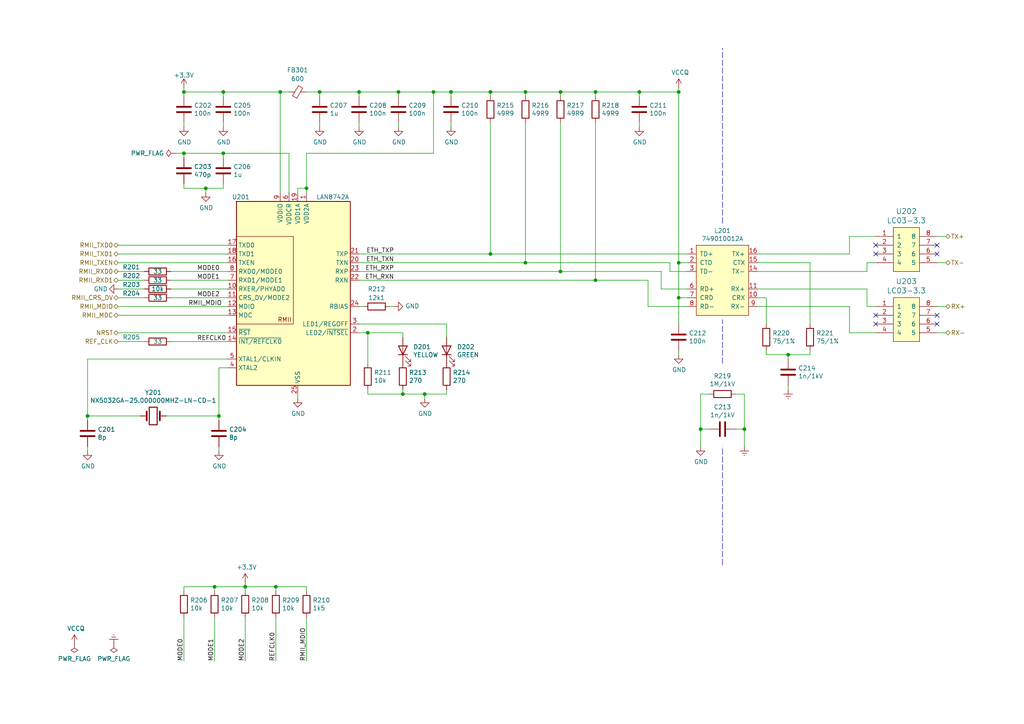
<source format=kicad_sch>
(kicad_sch (version 20230121) (generator eeschema)
  (paper "A4")
  (lib_symbols
    (symbol "Device:C" (pin_numbers hide) (pin_names (offset 0.254))
      (property "Reference" "C" (at 0.635 2.54 0))
      (property "Value" "C" (at 0.635 -2.54 0))
      (symbol "C_0_1"
        (polyline (pts (xy -2.032 -0.762) (xy 2.032 -0.762)) (stroke (width 0.508)))
        (polyline (pts (xy -2.032 0.762) (xy 2.032 0.762)) (stroke (width 0.508)))
      )
      (symbol "C_1_1"
        (pin passive line (at 0 3.81 270) (length 2.794) (name "~") (number "1"))
        (pin passive line (at 0 -3.81 90) (length 2.794) (name "~") (number "2"))
      )
    )
    (symbol "Device:Crystal" (pin_numbers hide) (pin_names (offset 1.016) hide)
      (property "Reference" "Y" (at 0 3.81 0))
      (property "Value" "Crystal" (at 0 -3.81 0))
      (symbol "Crystal_0_1"
        (rectangle (start -1.143 2.54) (end 1.143 -2.54) (stroke (width 0.3048)))
        (polyline (pts (xy -2.54 0) (xy -1.905 0)))
        (polyline (pts (xy -1.905 -1.27) (xy -1.905 1.27)) (stroke (width 0.508)))
        (polyline (pts (xy 1.905 -1.27) (xy 1.905 1.27)) (stroke (width 0.508)))
        (polyline (pts (xy 2.54 0) (xy 1.905 0)))
      )
      (symbol "Crystal_1_1"
        (pin passive line (at -3.81 0 0) (length 1.27) (name "1") (number "1"))
        (pin passive line (at 3.81 0 180) (length 1.27) (name "2") (number "2"))
      )
    )
    (symbol "Device:FerriteBead_Small" (pin_numbers hide) (pin_names (offset 0))
      (property "Reference" "FB" (at 1.905 1.27 0))
      (property "Value" "FerriteBead_Small" (at 1.905 -1.27 0))
      (symbol "FerriteBead_Small_0_1"
        (polyline (pts (xy 0 -1.27) (xy 0 -0.7874)))
        (polyline (pts (xy 0 0.889) (xy 0 1.2954)))
        (polyline (pts (xy -1.8288 0.2794) (xy -1.1176 1.4986) (xy 1.8288 -0.2032) (xy 1.1176 -1.4224) (xy -1.8288 0.2794)))
      )
      (symbol "FerriteBead_Small_1_1"
        (pin passive line (at 0 2.54 270) (length 1.27) (name "~") (number "1"))
        (pin passive line (at 0 -2.54 90) (length 1.27) (name "~") (number "2"))
      )
    )
    (symbol "Device:LED" (pin_numbers hide) (pin_names (offset 1.016) hide)
      (property "Reference" "D" (at 0 2.54 0))
      (property "Value" "LED" (at 0 -2.54 0))
      (symbol "LED_0_1"
        (polyline (pts (xy -1.27 -1.27) (xy -1.27 1.27)) (stroke (width 0.254)))
        (polyline (pts (xy -1.27 0) (xy 1.27 0)))
        (polyline (pts (xy 1.27 -1.27) (xy 1.27 1.27) (xy -1.27 0) (xy 1.27 -1.27)) (stroke (width 0.254)))
        (polyline (pts (xy -3.048 -0.762) (xy -4.572 -2.286) (xy -3.81 -2.286) (xy -4.572 -2.286) (xy -4.572 -1.524)))
        (polyline (pts (xy -1.778 -0.762) (xy -3.302 -2.286) (xy -2.54 -2.286) (xy -3.302 -2.286) (xy -3.302 -1.524)))
      )
      (symbol "LED_1_1"
        (pin passive line (at -3.81 0 0) (length 2.54) (name "K") (number "1"))
        (pin passive line (at 3.81 0 180) (length 2.54) (name "A") (number "2"))
      )
    )
    (symbol "Device:R" (pin_numbers hide) (pin_names (offset 0))
      (property "Reference" "R" (at 2.032 0 90))
      (property "Value" "R" (at 0 0 90))
      (symbol "R_0_1"
        (rectangle (start -1.016 -2.54) (end 1.016 2.54) (stroke (width 0.254)))
      )
      (symbol "R_1_1"
        (pin passive line (at 0 3.81 270) (length 1.27) (name "~") (number "1"))
        (pin passive line (at 0 -3.81 90) (length 1.27) (name "~") (number "2"))
      )
    )
    (symbol "ETH1CREF1A:749010012A" (pin_names (offset 1.016))
      (property "Reference" "L" (at 0 13.97 0))
      (property "Value" "749010012A" (at 0 11.43 0))
      (symbol "749010012A_0_1"
        (rectangle (start -7.62 10.16) (end 7.62 -10.16) (fill (type background)))
      )
      (symbol "749010012A_1_1"
        (pin bidirectional line (at -10.16 7.62 0) (length 2.54) (name "TD+") (number "1"))
        (pin bidirectional line (at 10.16 -5.08 180) (length 2.54) (name "CRX") (number "10"))
        (pin bidirectional line (at 10.16 -2.54 180) (length 2.54) (name "RX+") (number "11"))
        (pin bidirectional line (at 10.16 2.54 180) (length 2.54) (name "TX-") (number "14"))
        (pin bidirectional line (at 10.16 5.08 180) (length 2.54) (name "CTX") (number "15"))
        (pin bidirectional line (at 10.16 7.62 180) (length 2.54) (name "TX+") (number "16"))
        (pin passive line (at -10.16 5.08 0) (length 2.54) (name "CTD") (number "2"))
        (pin bidirectional line (at -10.16 2.54 0) (length 2.54) (name "TD-") (number "3"))
        (pin bidirectional line (at -10.16 -2.54 0) (length 2.54) (name "RD+") (number "6"))
        (pin passive line (at -10.16 -5.08 0) (length 2.54) (name "CRD") (number "7"))
        (pin bidirectional line (at -10.16 -7.62 0) (length 2.54) (name "RD-") (number "8"))
        (pin bidirectional line (at 10.16 -7.62 180) (length 2.54) (name "RX-") (number "9"))
      )
    )
    (symbol "ETH1CREF1A:LAN8742"
      (property "Reference" "U" (at -13.97 29.21 0))
      (property "Value" "LAN8742" (at 15.24 29.21 0))
      (symbol "LAN8742_0_0"
        (text "RMII" (at -3.81 -6.35 0) (effects (font (size 1.27 1.27))))
      )
      (symbol "LAN8742_0_1"
        (rectangle (start -17.78 17.78) (end -1.27 -7.62))
        (rectangle (start -17.78 27.94) (end 15.24 -25.4) (stroke (width 0.254)) (fill (type background)))
      )
      (symbol "LAN8742_1_1"
        (pin power_in line (at 2.54 30.48 270) (length 2.54) (name "VDD2A") (number "1"))
        (pin output line (at -20.32 2.54 0) (length 2.54) (name "RXER/PHYAD0") (number "10"))
        (pin output line (at -20.32 0 0) (length 2.54) (name "CRS_DV/MODE2") (number "11"))
        (pin bidirectional line (at -20.32 -2.54 0) (length 2.54) (name "MDIO") (number "12"))
        (pin input line (at -20.32 -5.08 0) (length 2.54) (name "MDC") (number "13"))
        (pin output line (at -20.32 -12.7 0) (length 2.54) (name "~{INT/REFCLK0}") (number "14"))
        (pin input line (at -20.32 -10.16 0) (length 2.54) (name "~{RST}") (number "15"))
        (pin input line (at -20.32 10.16 0) (length 2.54) (name "TXEN") (number "16"))
        (pin input line (at -20.32 15.24 0) (length 2.54) (name "TXD0") (number "17"))
        (pin input line (at -20.32 12.7 0) (length 2.54) (name "TXD1") (number "18"))
        (pin power_in line (at 0 30.48 270) (length 2.54) (name "VDD1A") (number "19"))
        (pin bidirectional line (at 17.78 -10.16 180) (length 2.54) (name "LED2/~{INTSEL}") (number "2"))
        (pin output line (at 17.78 10.16 180) (length 2.54) (name "TXN") (number "20"))
        (pin output line (at 17.78 12.7 180) (length 2.54) (name "TXP") (number "21"))
        (pin output line (at 17.78 5.08 180) (length 2.54) (name "RXN") (number "22"))
        (pin output line (at 17.78 7.62 180) (length 2.54) (name "RXP") (number "23"))
        (pin input line (at 17.78 -2.54 180) (length 2.54) (name "RBIAS") (number "24"))
        (pin passive line (at 0 -27.94 90) (length 2.54) (name "VSS") (number "25"))
        (pin bidirectional line (at 17.78 -7.62 180) (length 2.54) (name "LED1/REGOFF") (number "3"))
        (pin passive line (at -20.32 -20.32 0) (length 2.54) (name "XTAL2") (number "4"))
        (pin passive line (at -20.32 -17.78 0) (length 2.54) (name "XTAL1/CLKIN") (number "5"))
        (pin power_in line (at -2.54 30.48 270) (length 2.54) (name "VDDCR") (number "6"))
        (pin output line (at -20.32 5.08 0) (length 2.54) (name "RXD1/MODE1") (number "7"))
        (pin output line (at -20.32 7.62 0) (length 2.54) (name "RXD0/MODE0") (number "8"))
        (pin power_in line (at -5.08 30.48 270) (length 2.54) (name "VDDIO") (number "9"))
      )
    )
    (symbol "ETH1CREF1A:LC03-3.3" (pin_names (offset 1.016))
      (property "Reference" "U" (at -2.54 7.62 0))
      (property "Value" "LC03-3.3" (at 0 -8.255 0))
      (symbol "LC03-3.3_0_1"
        (rectangle (start -3.81 6.35) (end 3.81 -6.35) (fill (type background)))
        (rectangle (start 3.81 -6.35) (end 3.81 -6.35))
      )
      (symbol "LC03-3.3_1_1"
        (pin bidirectional line (at -8.89 3.81 0) (length 5.08) (name "1") (number "1"))
        (pin bidirectional line (at -8.89 1.27 0) (length 5.08) (name "2") (number "2"))
        (pin bidirectional line (at -8.89 -1.27 0) (length 5.08) (name "3") (number "3"))
        (pin bidirectional line (at -8.89 -3.81 0) (length 5.08) (name "4") (number "4"))
        (pin bidirectional line (at 8.89 -3.81 180) (length 5.08) (name "5") (number "5"))
        (pin bidirectional line (at 8.89 -1.27 180) (length 5.08) (name "6") (number "6"))
        (pin bidirectional line (at 8.89 1.27 180) (length 5.08) (name "7") (number "7"))
        (pin bidirectional line (at 8.89 3.81 180) (length 5.08) (name "8") (number "8"))
      )
    )
    (symbol "power:+3.3V" (power) (pin_names (offset 0))
      (property "Value" "+3.3V" (at 0 3.556 0))
      (symbol "+3.3V_0_1"
        (polyline (pts (xy -0.762 1.27) (xy 0 2.54)))
        (polyline (pts (xy 0 0) (xy 0 2.54)))
        (polyline (pts (xy 0 2.54) (xy 0.762 1.27)))
      )
      (symbol "+3.3V_1_1"
        (pin power_in line (at 0 0 90) (length 0) hide (name "+3.3V") (number "1"))
      )
    )
    (symbol "power:Earth" (power) (pin_names (offset 0))
      (symbol "Earth_0_1"
        (polyline (pts (xy -0.635 -1.905) (xy 0.635 -1.905)))
        (polyline (pts (xy -0.127 -2.54) (xy 0.127 -2.54)))
        (polyline (pts (xy 0 -1.27) (xy 0 0)))
        (polyline (pts (xy 1.27 -1.27) (xy -1.27 -1.27)))
      )
      (symbol "Earth_1_1"
        (pin power_in line (at 0 0 270) (length 0) hide (name "Earth") (number "1"))
      )
    )
    (symbol "power:GND" (power) (pin_names (offset 0))
      (property "Value" "GND" (at 0 -3.81 0))
      (symbol "GND_0_1"
        (polyline (pts (xy 0 0) (xy 0 -1.27) (xy 1.27 -1.27) (xy 0 -2.54) (xy -1.27 -1.27) (xy 0 -1.27)))
      )
      (symbol "GND_1_1"
        (pin power_in line (at 0 0 270) (length 0) hide (name "GND") (number "1"))
      )
    )
    (symbol "power:PWR_FLAG" (power) (pin_numbers hide) (pin_names (offset 0) hide)
      (property "Value" "PWR_FLAG" (at 0 3.81 0))
      (symbol "PWR_FLAG_0_0"
        (pin power_out line (at 0 0 90) (length 0) (name "pwr") (number "1"))
      )
      (symbol "PWR_FLAG_0_1"
        (polyline (pts (xy 0 0) (xy 0 1.27) (xy -1.016 1.905) (xy 0 2.54) (xy 1.016 1.905) (xy 0 1.27)))
      )
    )
    (symbol "power:VCCQ" (power) (pin_names (offset 0))
      (property "Value" "VCCQ" (at 0 3.81 0))
      (symbol "VCCQ_0_1"
        (polyline (pts (xy -0.762 1.27) (xy 0 2.54)))
        (polyline (pts (xy 0 0) (xy 0 2.54)))
        (polyline (pts (xy 0 2.54) (xy 0.762 1.27)))
      )
      (symbol "VCCQ_1_1"
        (pin power_in line (at 0 0 90) (length 0) hide (name "VCCQ") (number "1"))
      )
    )
  )
  (junction (at 162.56 78.74))
  (junction (at 88.9 54.61))
  (junction (at 59.69 54.61))
  (junction (at 228.6 102.87))
  (junction (at 152.4 26.67))
  (junction (at 203.2 124.46))
  (junction (at 196.85 76.2))
  (junction (at 130.81 26.67))
  (junction (at 53.34 44.45))
  (junction (at 116.84 114.3))
  (junction (at 80.01 170.18))
  (junction (at 172.72 26.67))
  (junction (at 115.57 26.67))
  (junction (at 123.19 114.3))
  (junction (at 196.85 26.67))
  (junction (at 162.56 26.67))
  (junction (at 92.71 26.67))
  (junction (at 63.5 120.65))
  (junction (at 81.28 26.67))
  (junction (at 142.24 26.67))
  (junction (at 64.77 44.45))
  (junction (at 106.68 96.52))
  (junction (at 125.73 26.67))
  (junction (at 196.85 86.36))
  (junction (at 142.24 73.66))
  (junction (at 62.23 170.18))
  (junction (at 104.14 26.67))
  (junction (at 185.42 26.67))
  (junction (at 25.4 120.65))
  (junction (at 152.4 76.2))
  (junction (at 71.12 170.18))
  (junction (at 64.77 26.67))
  (junction (at 53.34 26.67))
  (junction (at 215.9 124.46))
  (junction (at 172.72 81.28))
  (no_connect (at 271.78 93.98))
  (no_connect (at 271.78 73.66))
  (no_connect (at 254 73.66))
  (no_connect (at 254 71.12))
  (no_connect (at 271.78 71.12))
  (no_connect (at 254 93.98))
  (no_connect (at 254 91.44))
  (no_connect (at 271.78 91.44))
  (wire (pts (xy 172.72 35.56) (xy 172.72 81.28)))
  (wire (pts (xy 48.26 120.65) (xy 63.5 120.65)))
  (wire (pts (xy 125.73 26.67) (xy 115.57 26.67)))
  (wire (pts (xy 271.78 68.58) (xy 274.32 68.58)))
  (wire (pts (xy 104.14 78.74) (xy 162.56 78.74)))
  (wire (pts (xy 129.54 97.79) (xy 129.54 93.98)))
  (wire (pts (xy 53.34 27.94) (xy 53.34 26.67)))
  (wire (pts (xy 59.69 54.61) (xy 64.77 54.61)))
  (wire (pts (xy 53.34 44.45) (xy 64.77 44.45)))
  (wire (pts (xy 162.56 27.94) (xy 162.56 26.67)))
  (wire (pts (xy 53.34 170.18) (xy 62.23 170.18)))
  (wire (pts (xy 86.36 54.61) (xy 88.9 54.61)))
  (wire (pts (xy 116.84 113.03) (xy 116.84 114.3)))
  (wire (pts (xy 106.68 105.41) (xy 106.68 96.52)))
  (wire (pts (xy 104.14 81.28) (xy 172.72 81.28)))
  (wire (pts (xy 80.01 171.45) (xy 80.01 170.18)))
  (wire (pts (xy 86.36 55.88) (xy 86.36 54.61)))
  (wire (pts (xy 63.5 130.81) (xy 63.5 129.54)))
  (wire (pts (xy 251.46 88.9) (xy 254 88.9)))
  (wire (pts (xy 83.82 44.45) (xy 83.82 55.88)))
  (wire (pts (xy 81.28 26.67) (xy 81.28 55.88)))
  (wire (pts (xy 251.46 76.2) (xy 254 76.2)))
  (wire (pts (xy 162.56 78.74) (xy 191.77 78.74)))
  (wire (pts (xy 222.25 86.36) (xy 219.71 86.36)))
  (wire (pts (xy 64.77 54.61) (xy 64.77 53.34)))
  (wire (pts (xy 234.95 102.87) (xy 234.95 101.6)))
  (polyline (pts (xy 209.55 105.41) (xy 209.55 92.71)) (stroke (width 0) (type dash)))
  (wire (pts (xy 53.34 26.67) (xy 64.77 26.67)))
  (wire (pts (xy 88.9 54.61) (xy 88.9 44.45)))
  (wire (pts (xy 71.12 168.91) (xy 71.12 170.18)))
  (wire (pts (xy 162.56 26.67) (xy 172.72 26.67)))
  (wire (pts (xy 251.46 78.74) (xy 251.46 76.2)))
  (wire (pts (xy 115.57 36.83) (xy 115.57 35.56)))
  (wire (pts (xy 125.73 44.45) (xy 125.73 26.67)))
  (wire (pts (xy 222.25 93.98) (xy 222.25 86.36)))
  (polyline (pts (xy 209.55 64.77) (xy 209.55 13.97)) (stroke (width 0) (type dash)))
  (wire (pts (xy 104.14 73.66) (xy 142.24 73.66)))
  (wire (pts (xy 196.85 26.67) (xy 196.85 76.2)))
  (wire (pts (xy 215.9 124.46) (xy 213.36 124.46)))
  (wire (pts (xy 219.71 88.9) (xy 246.38 88.9)))
  (wire (pts (xy 88.9 171.45) (xy 88.9 170.18)))
  (wire (pts (xy 25.4 129.54) (xy 25.4 130.81)))
  (wire (pts (xy 116.84 114.3) (xy 106.68 114.3)))
  (wire (pts (xy 88.9 44.45) (xy 125.73 44.45)))
  (wire (pts (xy 130.81 36.83) (xy 130.81 35.56)))
  (wire (pts (xy 64.77 45.72) (xy 64.77 44.45)))
  (wire (pts (xy 104.14 76.2) (xy 152.4 76.2)))
  (wire (pts (xy 34.29 83.82) (xy 41.91 83.82)))
  (wire (pts (xy 219.71 83.82) (xy 251.46 83.82)))
  (wire (pts (xy 71.12 170.18) (xy 71.12 171.45)))
  (wire (pts (xy 246.38 73.66) (xy 246.38 68.58)))
  (wire (pts (xy 106.68 114.3) (xy 106.68 113.03)))
  (wire (pts (xy 130.81 26.67) (xy 142.24 26.67)))
  (wire (pts (xy 88.9 54.61) (xy 88.9 55.88)))
  (wire (pts (xy 215.9 114.3) (xy 215.9 124.46)))
  (wire (pts (xy 246.38 68.58) (xy 254 68.58)))
  (wire (pts (xy 64.77 26.67) (xy 81.28 26.67)))
  (wire (pts (xy 222.25 101.6) (xy 222.25 102.87)))
  (wire (pts (xy 104.14 93.98) (xy 129.54 93.98)))
  (wire (pts (xy 34.29 81.28) (xy 41.91 81.28)))
  (wire (pts (xy 34.29 99.06) (xy 41.91 99.06)))
  (wire (pts (xy 63.5 106.68) (xy 66.04 106.68)))
  (wire (pts (xy 49.53 78.74) (xy 66.04 78.74)))
  (wire (pts (xy 104.14 27.94) (xy 104.14 26.67)))
  (wire (pts (xy 219.71 73.66) (xy 246.38 73.66)))
  (wire (pts (xy 25.4 104.14) (xy 25.4 120.65)))
  (wire (pts (xy 191.77 83.82) (xy 199.39 83.82)))
  (wire (pts (xy 271.78 96.52) (xy 274.32 96.52)))
  (wire (pts (xy 203.2 114.3) (xy 203.2 124.46)))
  (wire (pts (xy 34.29 76.2) (xy 66.04 76.2)))
  (wire (pts (xy 62.23 170.18) (xy 71.12 170.18)))
  (wire (pts (xy 196.85 86.36) (xy 199.39 86.36)))
  (wire (pts (xy 125.73 26.67) (xy 130.81 26.67)))
  (wire (pts (xy 63.5 121.92) (xy 63.5 120.65)))
  (wire (pts (xy 130.81 27.94) (xy 130.81 26.67)))
  (wire (pts (xy 86.36 115.57) (xy 86.36 114.3)))
  (wire (pts (xy 142.24 73.66) (xy 199.39 73.66)))
  (wire (pts (xy 80.01 179.07) (xy 80.01 191.77)))
  (wire (pts (xy 185.42 27.94) (xy 185.42 26.67)))
  (wire (pts (xy 25.4 121.92) (xy 25.4 120.65)))
  (wire (pts (xy 246.38 96.52) (xy 254 96.52)))
  (wire (pts (xy 25.4 120.65) (xy 40.64 120.65)))
  (wire (pts (xy 34.29 73.66) (xy 66.04 73.66)))
  (wire (pts (xy 53.34 54.61) (xy 59.69 54.61)))
  (wire (pts (xy 203.2 124.46) (xy 205.74 124.46)))
  (wire (pts (xy 228.6 104.14) (xy 228.6 102.87)))
  (wire (pts (xy 34.29 71.12) (xy 66.04 71.12)))
  (wire (pts (xy 53.34 25.4) (xy 53.34 26.67)))
  (wire (pts (xy 104.14 96.52) (xy 106.68 96.52)))
  (wire (pts (xy 246.38 88.9) (xy 246.38 96.52)))
  (wire (pts (xy 172.72 27.94) (xy 172.72 26.67)))
  (wire (pts (xy 228.6 111.76) (xy 228.6 113.03)))
  (wire (pts (xy 53.34 171.45) (xy 53.34 170.18)))
  (wire (pts (xy 215.9 129.54) (xy 215.9 124.46)))
  (wire (pts (xy 53.34 36.83) (xy 53.34 35.56)))
  (wire (pts (xy 64.77 27.94) (xy 64.77 26.67)))
  (wire (pts (xy 104.14 26.67) (xy 92.71 26.67)))
  (wire (pts (xy 49.53 81.28) (xy 66.04 81.28)))
  (wire (pts (xy 81.28 26.67) (xy 83.82 26.67)))
  (wire (pts (xy 59.69 55.88) (xy 59.69 54.61)))
  (wire (pts (xy 234.95 76.2) (xy 219.71 76.2)))
  (wire (pts (xy 271.78 88.9) (xy 274.32 88.9)))
  (wire (pts (xy 185.42 36.83) (xy 185.42 35.56)))
  (wire (pts (xy 49.53 83.82) (xy 66.04 83.82)))
  (wire (pts (xy 64.77 36.83) (xy 64.77 35.56)))
  (wire (pts (xy 71.12 179.07) (xy 71.12 191.77)))
  (wire (pts (xy 152.4 26.67) (xy 162.56 26.67)))
  (wire (pts (xy 88.9 170.18) (xy 80.01 170.18)))
  (wire (pts (xy 185.42 26.67) (xy 196.85 26.67)))
  (wire (pts (xy 92.71 36.83) (xy 92.71 35.56)))
  (wire (pts (xy 106.68 96.52) (xy 116.84 96.52)))
  (wire (pts (xy 196.85 102.87) (xy 196.85 101.6)))
  (wire (pts (xy 49.53 99.06) (xy 66.04 99.06)))
  (wire (pts (xy 152.4 27.94) (xy 152.4 26.67)))
  (wire (pts (xy 88.9 26.67) (xy 92.71 26.67)))
  (wire (pts (xy 172.72 81.28) (xy 187.96 81.28)))
  (wire (pts (xy 115.57 27.94) (xy 115.57 26.67)))
  (wire (pts (xy 172.72 26.67) (xy 185.42 26.67)))
  (wire (pts (xy 123.19 114.3) (xy 129.54 114.3)))
  (wire (pts (xy 152.4 76.2) (xy 194.31 76.2)))
  (wire (pts (xy 114.3 88.9) (xy 113.03 88.9)))
  (wire (pts (xy 49.53 86.36) (xy 66.04 86.36)))
  (wire (pts (xy 104.14 36.83) (xy 104.14 35.56)))
  (wire (pts (xy 34.29 91.44) (xy 66.04 91.44)))
  (wire (pts (xy 105.41 88.9) (xy 104.14 88.9)))
  (wire (pts (xy 187.96 81.28) (xy 187.96 88.9)))
  (wire (pts (xy 228.6 102.87) (xy 234.95 102.87)))
  (wire (pts (xy 194.31 76.2) (xy 194.31 78.74)))
  (wire (pts (xy 62.23 179.07) (xy 62.23 191.77)))
  (wire (pts (xy 50.8 44.45) (xy 53.34 44.45)))
  (wire (pts (xy 219.71 78.74) (xy 251.46 78.74)))
  (wire (pts (xy 271.78 76.2) (xy 274.32 76.2)))
  (wire (pts (xy 80.01 170.18) (xy 71.12 170.18)))
  (wire (pts (xy 213.36 114.3) (xy 215.9 114.3)))
  (wire (pts (xy 62.23 171.45) (xy 62.23 170.18)))
  (wire (pts (xy 203.2 129.54) (xy 203.2 124.46)))
  (wire (pts (xy 53.34 53.34) (xy 53.34 54.61)))
  (wire (pts (xy 66.04 104.14) (xy 25.4 104.14)))
  (wire (pts (xy 63.5 120.65) (xy 63.5 106.68)))
  (wire (pts (xy 162.56 35.56) (xy 162.56 78.74)))
  (wire (pts (xy 152.4 35.56) (xy 152.4 76.2)))
  (wire (pts (xy 34.29 88.9) (xy 66.04 88.9)))
  (wire (pts (xy 116.84 97.79) (xy 116.84 96.52)))
  (wire (pts (xy 234.95 93.98) (xy 234.95 76.2)))
  (wire (pts (xy 222.25 102.87) (xy 228.6 102.87)))
  (wire (pts (xy 142.24 35.56) (xy 142.24 73.66)))
  (polyline (pts (xy 209.55 163.83) (xy 209.55 129.54)) (stroke (width 0) (type dash)))
  (wire (pts (xy 34.29 96.52) (xy 66.04 96.52)))
  (wire (pts (xy 187.96 88.9) (xy 199.39 88.9)))
  (wire (pts (xy 123.19 115.57) (xy 123.19 114.3)))
  (wire (pts (xy 115.57 26.67) (xy 104.14 26.67)))
  (wire (pts (xy 196.85 86.36) (xy 196.85 76.2)))
  (wire (pts (xy 196.85 25.4) (xy 196.85 26.67)))
  (wire (pts (xy 196.85 93.98) (xy 196.85 86.36)))
  (wire (pts (xy 142.24 26.67) (xy 152.4 26.67)))
  (wire (pts (xy 88.9 179.07) (xy 88.9 191.77)))
  (wire (pts (xy 53.34 44.45) (xy 53.34 45.72)))
  (wire (pts (xy 92.71 27.94) (xy 92.71 26.67)))
  (wire (pts (xy 64.77 44.45) (xy 83.82 44.45)))
  (wire (pts (xy 196.85 76.2) (xy 199.39 76.2)))
  (wire (pts (xy 251.46 83.82) (xy 251.46 88.9)))
  (wire (pts (xy 191.77 78.74) (xy 191.77 83.82)))
  (wire (pts (xy 129.54 114.3) (xy 129.54 113.03)))
  (wire (pts (xy 41.91 78.74) (xy 34.29 78.74)))
  (wire (pts (xy 205.74 114.3) (xy 203.2 114.3)))
  (wire (pts (xy 116.84 114.3) (xy 123.19 114.3)))
  (wire (pts (xy 53.34 179.07) (xy 53.34 191.77)))
  (wire (pts (xy 194.31 78.74) (xy 199.39 78.74)))
  (wire (pts (xy 34.29 86.36) (xy 41.91 86.36)))
  (wire (pts (xy 142.24 27.94) (xy 142.24 26.67)))
  (label "ETH_RXN" (at 114.3 81.28 180))
  (label "REFCLK0" (at 80.01 191.77 90))
  (label "MODE0" (at 53.34 191.77 90))
  (label "MODE2" (at 57.15 86.36 0))
  (label "REFCLK0" (at 57.15 99.06 0))
  (label "MODE0" (at 57.15 78.74 0))
  (label "RMII_MDIO" (at 88.9 191.77 90))
  (label "ETH_TXN" (at 114.3 76.2 180))
  (label "MODE1" (at 62.23 191.77 90))
  (label "MODE1" (at 57.15 81.28 0))
  (label "ETH_TXP" (at 114.3 73.66 180))
  (label "ETH_RXP" (at 114.3 78.74 180))
  (label "MODE2" (at 71.12 191.77 90))
  (label "RMII_MDIO" (at 54.61 88.9 0))
  (hierarchical_label "REF_CLK" (shape bidirectional) (at 34.29 99.06 180))
  (hierarchical_label "TX+" (shape bidirectional) (at 274.32 68.58 0))
  (hierarchical_label "RMII_MDIO" (shape bidirectional) (at 34.29 88.9 180))
  (hierarchical_label "NRST" (shape bidirectional) (at 34.29 96.52 180))
  (hierarchical_label "TX-" (shape bidirectional) (at 274.32 76.2 0))
  (hierarchical_label "RX+" (shape bidirectional) (at 274.32 88.9 0))
  (hierarchical_label "RMII_RXD1" (shape bidirectional) (at 34.29 81.28 180))
  (hierarchical_label "RMII_RXD0" (shape bidirectional) (at 34.29 78.74 180))
  (hierarchical_label "RX-" (shape bidirectional) (at 274.32 96.52 0))
  (hierarchical_label "RMII_TXD1" (shape bidirectional) (at 34.29 73.66 180))
  (hierarchical_label "RMII_MDC" (shape bidirectional) (at 34.29 91.44 180))
  (hierarchical_label "RMII_TXD0" (shape bidirectional) (at 34.29 71.12 180))
  (hierarchical_label "RMII_CRS_DV" (shape bidirectional) (at 34.29 86.36 180))
  (hierarchical_label "RMII_TXEN" (shape bidirectional) (at 34.29 76.2 180))
  (symbol (lib_id "power:GND") (at 104.14 36.83 0) (unit 1)
    (property "Reference" "#PWR0213" (effects hide))
    (property "Value" "GND" (at 104.267 41.2242 0))
    (instances (project "ETH1CREF1A" (path "" (reference "#PWR0213") (unit 1))) (project "ETH1CREF1A" (path "" (reference "#PWR0313") (unit 1))))
  )
  (symbol (lib_id "power:GND") (at 53.34 36.83 0) (unit 1)
    (property "Reference" "#PWR0206" (effects hide))
    (property "Value" "GND" (at 53.467 41.2242 0))
    (instances (project "ETH1CREF1A" (path "" (reference "#PWR0206") (unit 1))) (project "ETH1CREF1A" (path "" (reference "#PWR0306") (unit 1))))
  )
  (symbol (lib_id "Device:C") (at 64.77 31.75 0) (unit 1)
    (property "Reference" "C205" (at 67.691 30.5816 0) (effects (justify left)))
    (property "Value" "100n" (at 67.691 32.893 0) (effects (justify left)))
    (property "Footprint" "Capacitor_SMD:C_0603_1608Metric_Pad1.08x0.95mm_HandSolder" (effects hide))
    (instances (project "ETH1CREF1A" (path "" (reference "C205") (unit 1))) (project "ETH1CREF1A" (path "" (reference "C305") (unit 1))))
  )
  (symbol (lib_id "ETH1CREF1A:749010012A") (at 209.55 81.28 0) (unit 1)
    (property "Reference" "L201" (at 209.55 66.929 0))
    (property "Value" "749010012A" (at 209.55 69.2404 0))
    (property "Footprint" "ETH1CREF1A:749010012A" (effects hide))
    (instances (project "ETH1CREF1A" (path "" (reference "L201") (unit 1))) (project "ETH1CREF1A" (path "" (reference "L301") (unit 1))))
  )
  (symbol (lib_id "Device:R") (at 71.12 175.26 0) (unit 1)
    (property "Reference" "R208" (at 72.898 174.0916 0) (effects (justify left)))
    (property "Value" "10k" (at 72.898 176.403 0) (effects (justify left)))
    (property "Footprint" "Resistor_SMD:R_0603_1608Metric_Pad0.98x0.95mm_HandSolder" (effects hide))
    (instances (project "ETH1CREF1A" (path "" (reference "R208") (unit 1))) (project "ETH1CREF1A" (path "" (reference "R308") (unit 1))))
  )
  (symbol (lib_id "power:GND") (at 203.2 129.54 0) (unit 1)
    (property "Reference" "#PWR0221" (effects hide))
    (property "Value" "GND" (at 203.327 133.9342 0))
    (instances (project "ETH1CREF1A" (path "" (reference "#PWR0221") (unit 1))) (project "ETH1CREF1A" (path "" (reference "#PWR0321") (unit 1))))
  )
  (symbol (lib_id "Device:C") (at 185.42 31.75 0) (unit 1)
    (property "Reference" "C211" (at 188.341 30.5816 0) (effects (justify left)))
    (property "Value" "100n" (at 188.341 32.893 0) (effects (justify left)))
    (property "Footprint" "Capacitor_SMD:C_0603_1608Metric_Pad1.08x0.95mm_HandSolder" (effects hide))
    (instances (project "ETH1CREF1A" (path "" (reference "C211") (unit 1))) (project "ETH1CREF1A" (path "" (reference "C311") (unit 1))))
  )
  (symbol (lib_id "Device:R") (at 142.24 31.75 0) (unit 1)
    (property "Reference" "R215" (at 144.018 30.5816 0) (effects (justify left)))
    (property "Value" "49R9" (at 144.018 32.893 0) (effects (justify left)))
    (property "Footprint" "Resistor_SMD:R_0603_1608Metric_Pad0.98x0.95mm_HandSolder" (effects hide))
    (instances (project "ETH1CREF1A" (path "" (reference "R215") (unit 1))) (project "ETH1CREF1A" (path "" (reference "R315") (unit 1))))
  )
  (symbol (lib_id "power:GND") (at 34.29 83.82 270) (unit 1)
    (property "Reference" "#PWR0204" (effects hide))
    (property "Value" "GND" (at 29.21 83.82 90))
    (instances (project "ETH1CREF1A" (path "" (reference "#PWR0204") (unit 1))) (project "ETH1CREF1A" (path "" (reference "#PWR0304") (unit 1))))
  )
  (symbol (lib_id "Device:R") (at 45.72 78.74 270) (unit 1)
    (property "Reference" "R201" (at 38.1 77.47 90))
    (property "Value" "33" (at 45.72 78.74 90))
    (property "Footprint" "Resistor_SMD:R_0603_1608Metric_Pad0.98x0.95mm_HandSolder" (effects hide))
    (instances (project "ETH1CREF1A" (path "" (reference "R201") (unit 1))) (project "ETH1CREF1A" (path "" (reference "R301") (unit 1))))
  )
  (symbol (lib_id "power:GND") (at 130.81 36.83 0) (unit 1)
    (property "Reference" "#PWR0217" (effects hide))
    (property "Value" "GND" (at 130.937 41.2242 0))
    (instances (project "ETH1CREF1A" (path "" (reference "#PWR0217") (unit 1))) (project "ETH1CREF1A" (path "" (reference "#PWR0317") (unit 1))))
  )
  (symbol (lib_id "Device:R") (at 222.25 97.79 0) (unit 1)
    (property "Reference" "R220" (at 224.028 96.6216 0) (effects (justify left)))
    (property "Value" "75/1%" (at 224.028 98.933 0) (effects (justify left)))
    (property "Footprint" "Resistor_SMD:R_0603_1608Metric_Pad0.98x0.95mm_HandSolder" (effects hide))
    (instances (project "ETH1CREF1A" (path "" (reference "R220") (unit 1))) (project "ETH1CREF1A" (path "" (reference "R320") (unit 1))))
  )
  (symbol (lib_id "Device:R") (at 209.55 114.3 270) (unit 1)
    (property "Reference" "R219" (at 209.55 109.0422 90))
    (property "Value" "1M/1kV" (at 209.55 111.3536 90))
    (property "Footprint" "Resistor_SMD:R_1206_3216Metric_Pad1.30x1.75mm_HandSolder" (effects hide))
    (instances (project "ETH1CREF1A" (path "" (reference "R219") (unit 1))) (project "ETH1CREF1A" (path "" (reference "R319") (unit 1))))
  )
  (symbol (lib_id "power:GND") (at 59.69 55.88 0) (unit 1)
    (property "Reference" "#PWR0207" (effects hide))
    (property "Value" "GND" (at 59.817 60.2742 0))
    (instances (project "ETH1CREF1A" (path "" (reference "#PWR0207") (unit 1))) (project "ETH1CREF1A" (path "" (reference "#PWR0307") (unit 1))))
  )
  (symbol (lib_id "Device:R") (at 45.72 99.06 270) (unit 1)
    (property "Reference" "R205" (at 38.1 97.79 90))
    (property "Value" "33" (at 45.72 99.06 90))
    (property "Footprint" "Resistor_SMD:R_0603_1608Metric_Pad0.98x0.95mm_HandSolder" (effects hide))
    (instances (project "ETH1CREF1A" (path "" (reference "R205") (unit 1))) (project "ETH1CREF1A" (path "" (reference "R305") (unit 1))))
  )
  (symbol (lib_id "Device:C") (at 53.34 49.53 0) (unit 1)
    (property "Reference" "C203" (at 56.261 48.3616 0) (effects (justify left)))
    (property "Value" "470p" (at 56.261 50.673 0) (effects (justify left)))
    (property "Footprint" "Capacitor_SMD:C_0603_1608Metric_Pad1.08x0.95mm_HandSolder" (effects hide))
    (instances (project "ETH1CREF1A" (path "" (reference "C203") (unit 1))) (project "ETH1CREF1A" (path "" (reference "C303") (unit 1))))
  )
  (symbol (lib_id "Device:R") (at 109.22 88.9 270) (unit 1)
    (property "Reference" "R212" (at 109.22 83.82 90))
    (property "Value" "12k1" (at 109.22 86.36 90))
    (property "Footprint" "Resistor_SMD:R_0603_1608Metric_Pad0.98x0.95mm_HandSolder" (effects hide))
    (instances (project "ETH1CREF1A" (path "" (reference "R212") (unit 1))) (project "ETH1CREF1A" (path "" (reference "R312") (unit 1))))
  )
  (symbol (lib_id "power:GND") (at 64.77 36.83 0) (unit 1)
    (property "Reference" "#PWR0209" (effects hide))
    (property "Value" "GND" (at 64.897 41.2242 0))
    (instances (project "ETH1CREF1A" (path "" (reference "#PWR0209") (unit 1))) (project "ETH1CREF1A" (path "" (reference "#PWR0309") (unit 1))))
  )
  (symbol (lib_id "Device:R") (at 152.4 31.75 0) (unit 1)
    (property "Reference" "R216" (at 154.178 30.5816 0) (effects (justify left)))
    (property "Value" "49R9" (at 154.178 32.893 0) (effects (justify left)))
    (property "Footprint" "Resistor_SMD:R_0603_1608Metric_Pad0.98x0.95mm_HandSolder" (effects hide))
    (instances (project "ETH1CREF1A" (path "" (reference "R216") (unit 1))) (project "ETH1CREF1A" (path "" (reference "R316") (unit 1))))
  )
  (symbol (lib_id "power:Earth") (at 228.6 113.03 0) (unit 1)
    (property "Reference" "#PWR0223" (effects hide))
    (property "Value" "Earth" (effects hide))
    (instances (project "ETH1CREF1A" (path "" (reference "#PWR0223") (unit 1))) (project "ETH1CREF1A" (path "" (reference "#PWR0323") (unit 1))))
  )
  (symbol (lib_id "power:GND") (at 196.85 102.87 0) (unit 1)
    (property "Reference" "#PWR0220" (effects hide))
    (property "Value" "GND" (at 196.977 107.2642 0))
    (instances (project "ETH1CREF1A" (path "" (reference "#PWR0220") (unit 1))) (project "ETH1CREF1A" (path "" (reference "#PWR0320") (unit 1))))
  )
  (symbol (lib_id "power:PWR_FLAG") (at 21.59 186.69 180) (unit 1)
    (property "Reference" "#FLG0201" (effects hide))
    (property "Value" "PWR_FLAG" (at 21.59 191.0842 0))
    (instances (project "ETH1CREF1A" (path "" (reference "#FLG0201") (unit 1))) (project "ETH1CREF1A" (path "" (reference "#FLG0301") (unit 1))))
  )
  (symbol (lib_id "power:GND") (at 115.57 36.83 0) (unit 1)
    (property "Reference" "#PWR0215" (effects hide))
    (property "Value" "GND" (at 115.697 41.2242 0))
    (instances (project "ETH1CREF1A" (path "" (reference "#PWR0215") (unit 1))) (project "ETH1CREF1A" (path "" (reference "#PWR0315") (unit 1))))
  )
  (symbol (lib_id "Device:C") (at 209.55 124.46 270) (unit 1)
    (property "Reference" "C213" (at 209.55 118.0592 90))
    (property "Value" "1n/1kV" (at 209.55 120.3706 90))
    (property "Footprint" "Capacitor_SMD:C_1206_3216Metric_Pad1.33x1.80mm_HandSolder" (effects hide))
    (instances (project "ETH1CREF1A" (path "" (reference "C213") (unit 1))) (project "ETH1CREF1A" (path "" (reference "C313") (unit 1))))
  )
  (symbol (lib_id "Device:C") (at 115.57 31.75 0) (unit 1)
    (property "Reference" "C209" (at 118.491 30.5816 0) (effects (justify left)))
    (property "Value" "100n" (at 118.491 32.893 0) (effects (justify left)))
    (property "Footprint" "Capacitor_SMD:C_0603_1608Metric_Pad1.08x0.95mm_HandSolder" (effects hide))
    (instances (project "ETH1CREF1A" (path "" (reference "C209") (unit 1))) (project "ETH1CREF1A" (path "" (reference "C309") (unit 1))))
  )
  (symbol (lib_id "Device:FerriteBead_Small") (at 86.36 26.67 90) (unit 1)
    (property "Reference" "FB301" (at 86.3219 20.32 90))
    (property "Value" "600" (at 86.3219 22.86 90))
    (property "Footprint" "Inductor_SMD:L_0603_1608Metric_Pad1.05x0.95mm_HandSolder" (effects hide))
  )
  (symbol (lib_id "Device:LED") (at 116.84 101.6 90) (unit 1)
    (property "Reference" "D201" (at 119.8372 100.6094 90) (effects (justify right)))
    (property "Value" "YELLOW" (at 119.8372 102.9208 90) (effects (justify right)))
    (property "Footprint" "LED_SMD:LED_0603_1608Metric_Pad1.05x0.95mm_HandSolder" (effects hide))
    (instances (project "ETH1CREF1A" (path "" (reference "D201") (unit 1))) (project "ETH1CREF1A" (path "" (reference "D301") (unit 1))))
  )
  (symbol (lib_id "power:PWR_FLAG") (at 33.02 186.69 180) (unit 1)
    (property "Reference" "#FLG0202" (effects hide))
    (property "Value" "PWR_FLAG" (at 33.02 191.0842 0))
    (instances (project "ETH1CREF1A" (path "" (reference "#FLG0202") (unit 1))) (project "ETH1CREF1A" (path "" (reference "#FLG0302") (unit 1))))
  )
  (symbol (lib_id "Device:R") (at 172.72 31.75 0) (unit 1)
    (property "Reference" "R218" (at 174.498 30.5816 0) (effects (justify left)))
    (property "Value" "49R9" (at 174.498 32.893 0) (effects (justify left)))
    (property "Footprint" "Resistor_SMD:R_0603_1608Metric_Pad0.98x0.95mm_HandSolder" (effects hide))
    (instances (project "ETH1CREF1A" (path "" (reference "R218") (unit 1))) (project "ETH1CREF1A" (path "" (reference "R318") (unit 1))))
  )
  (symbol (lib_id "power:VCCQ") (at 21.59 186.69 0) (unit 1)
    (property "Reference" "#PWR0201" (effects hide))
    (property "Value" "VCCQ" (at 22.0218 182.2958 0))
    (instances (project "ETH1CREF1A" (path "" (reference "#PWR0201") (unit 1))) (project "ETH1CREF1A" (path "" (reference "#PWR0301") (unit 1))))
  )
  (symbol (lib_id "Device:R") (at 116.84 109.22 0) (unit 1)
    (property "Reference" "R213" (at 118.618 108.0516 0) (effects (justify left)))
    (property "Value" "270" (at 118.618 110.363 0) (effects (justify left)))
    (property "Footprint" "Resistor_SMD:R_0603_1608Metric_Pad0.98x0.95mm_HandSolder" (effects hide))
    (instances (project "ETH1CREF1A" (path "" (reference "R213") (unit 1))) (project "ETH1CREF1A" (path "" (reference "R313") (unit 1))))
  )
  (symbol (lib_id "Device:R") (at 53.34 175.26 0) (unit 1)
    (property "Reference" "R206" (at 55.118 174.0916 0) (effects (justify left)))
    (property "Value" "10k" (at 55.118 176.403 0) (effects (justify left)))
    (property "Footprint" "Resistor_SMD:R_0603_1608Metric_Pad0.98x0.95mm_HandSolder" (effects hide))
    (instances (project "ETH1CREF1A" (path "" (reference "R206") (unit 1))) (project "ETH1CREF1A" (path "" (reference "R306") (unit 1))))
  )
  (symbol (lib_id "power:GND") (at 92.71 36.83 0) (unit 1)
    (property "Reference" "#PWR0212" (effects hide))
    (property "Value" "GND" (at 92.837 41.2242 0))
    (instances (project "ETH1CREF1A" (path "" (reference "#PWR0212") (unit 1))) (project "ETH1CREF1A" (path "" (reference "#PWR0312") (unit 1))))
  )
  (symbol (lib_id "power:+3.3V") (at 53.34 25.4 0) (unit 1)
    (property "Reference" "#PWR0205" (effects hide))
    (property "Value" "+3.3V" (at 53.34 21.8242 0))
    (instances (project "ETH1CREF1A" (path "" (reference "#PWR0205") (unit 1))) (project "ETH1CREF1A" (path "" (reference "#PWR0305") (unit 1))))
  )
  (symbol (lib_id "power:GND") (at 185.42 36.83 0) (unit 1)
    (property "Reference" "#PWR0218" (effects hide))
    (property "Value" "GND" (at 185.547 41.2242 0))
    (instances (project "ETH1CREF1A" (path "" (reference "#PWR0218") (unit 1))) (project "ETH1CREF1A" (path "" (reference "#PWR0318") (unit 1))))
  )
  (symbol (lib_id "Device:R") (at 62.23 175.26 0) (unit 1)
    (property "Reference" "R207" (at 64.008 174.0916 0) (effects (justify left)))
    (property "Value" "10k" (at 64.008 176.403 0) (effects (justify left)))
    (property "Footprint" "Resistor_SMD:R_0603_1608Metric_Pad0.98x0.95mm_HandSolder" (effects hide))
    (instances (project "ETH1CREF1A" (path "" (reference "R207") (unit 1))) (project "ETH1CREF1A" (path "" (reference "R307") (unit 1))))
  )
  (symbol (lib_id "Device:C") (at 104.14 31.75 0) (unit 1)
    (property "Reference" "C208" (at 107.061 30.5816 0) (effects (justify left)))
    (property "Value" "100n" (at 107.061 32.893 0) (effects (justify left)))
    (property "Footprint" "Capacitor_SMD:C_0603_1608Metric_Pad1.08x0.95mm_HandSolder" (effects hide))
    (instances (project "ETH1CREF1A" (path "" (reference "C208") (unit 1))) (project "ETH1CREF1A" (path "" (reference "C308") (unit 1))))
  )
  (symbol (lib_id "Device:R") (at 234.95 97.79 0) (unit 1)
    (property "Reference" "R221" (at 236.728 96.6216 0) (effects (justify left)))
    (property "Value" "75/1%" (at 236.728 98.933 0) (effects (justify left)))
    (property "Footprint" "Resistor_SMD:R_0603_1608Metric_Pad0.98x0.95mm_HandSolder" (effects hide))
    (instances (project "ETH1CREF1A" (path "" (reference "R221") (unit 1))) (project "ETH1CREF1A" (path "" (reference "R321") (unit 1))))
  )
  (symbol (lib_id "Device:R") (at 45.72 86.36 270) (unit 1)
    (property "Reference" "R204" (at 38.1 85.09 90))
    (property "Value" "33" (at 45.72 86.36 90))
    (property "Footprint" "Resistor_SMD:R_0603_1608Metric_Pad0.98x0.95mm_HandSolder" (effects hide))
    (instances (project "ETH1CREF1A" (path "" (reference "R204") (unit 1))) (project "ETH1CREF1A" (path "" (reference "R304") (unit 1))))
  )
  (symbol (lib_id "Device:C") (at 92.71 31.75 0) (unit 1)
    (property "Reference" "C207" (at 95.631 30.5816 0) (effects (justify left)))
    (property "Value" "1u" (at 95.631 32.893 0) (effects (justify left)))
    (property "Footprint" "Capacitor_SMD:C_0603_1608Metric_Pad1.08x0.95mm_HandSolder" (effects hide))
    (instances (project "ETH1CREF1A" (path "" (reference "C207") (unit 1))) (project "ETH1CREF1A" (path "" (reference "C307") (unit 1))))
  )
  (symbol (lib_id "Device:C") (at 196.85 97.79 0) (unit 1)
    (property "Reference" "C212" (at 199.771 96.6216 0) (effects (justify left)))
    (property "Value" "100n" (at 199.771 98.933 0) (effects (justify left)))
    (property "Footprint" "Capacitor_SMD:C_0603_1608Metric_Pad1.08x0.95mm_HandSolder" (effects hide))
    (instances (project "ETH1CREF1A" (path "" (reference "C212") (unit 1))) (project "ETH1CREF1A" (path "" (reference "C312") (unit 1))))
  )
  (symbol (lib_id "Device:R") (at 106.68 109.22 0) (unit 1)
    (property "Reference" "R211" (at 108.458 108.0516 0) (effects (justify left)))
    (property "Value" "10k" (at 108.458 110.363 0) (effects (justify left)))
    (property "Footprint" "Resistor_SMD:R_0603_1608Metric_Pad0.98x0.95mm_HandSolder" (effects hide))
    (instances (project "ETH1CREF1A" (path "" (reference "R211") (unit 1))) (project "ETH1CREF1A" (path "" (reference "R311") (unit 1))))
  )
  (symbol (lib_id "power:GND") (at 114.3 88.9 90) (unit 1)
    (property "Reference" "#PWR0214" (effects hide))
    (property "Value" "GND" (at 117.5512 88.773 90) (effects (justify right)))
    (instances (project "ETH1CREF1A" (path "" (reference "#PWR0214") (unit 1))) (project "ETH1CREF1A" (path "" (reference "#PWR0314") (unit 1))))
  )
  (symbol (lib_id "Device:R") (at 129.54 109.22 0) (unit 1)
    (property "Reference" "R214" (at 131.318 108.0516 0) (effects (justify left)))
    (property "Value" "270" (at 131.318 110.363 0) (effects (justify left)))
    (property "Footprint" "Resistor_SMD:R_0603_1608Metric_Pad0.98x0.95mm_HandSolder" (effects hide))
    (instances (project "ETH1CREF1A" (path "" (reference "R214") (unit 1))) (project "ETH1CREF1A" (path "" (reference "R314") (unit 1))))
  )
  (symbol (lib_id "ETH1CREF1A:LAN8742") (at 86.36 86.36 0) (unit 1)
    (property "Reference" "U201" (at 69.85 57.15 0))
    (property "Value" "LAN8742A" (at 96.52 57.15 0))
    (property "Footprint" "Package_DFN_QFN:QFN-24-1EP_4x4mm_P0.5mm_EP2.6x2.6mm_ThermalVias" (effects hide))
    (property "Datasheet" "http://ww1.microchip.com/downloads/en/DeviceDoc/8720a.pdf" (effects hide))
    (instances (project "ETH1CREF1A" (path "" (reference "U201") (unit 1))) (project "ETH1CREF1A" (path "" (reference "U301") (unit 1))))
  )
  (symbol (lib_id "power:Earth") (at 33.02 186.69 180) (unit 1)
    (property "Reference" "#PWR0203" (effects hide))
    (property "Value" "Earth" (effects hide))
    (instances (project "ETH1CREF1A" (path "" (reference "#PWR0203") (unit 1))) (project "ETH1CREF1A" (path "" (reference "#PWR0303") (unit 1))))
  )
  (symbol (lib_id "ETH1CREF1A:LC03-3.3") (at 262.89 72.39 0) (unit 1)
    (property "Reference" "U202" (at 262.89 61.2902 0) (effects (font (size 1.524 1.524))))
    (property "Value" "LC03-3.3" (at 262.89 63.9826 0) (effects (font (size 1.524 1.524))))
    (property "Footprint" "ETH1CREF1A:SO8E" (effects hide))
    (instances (project "ETH1CREF1A" (path "" (reference "U202") (unit 1))) (project "ETH1CREF1A" (path "" (reference "U302") (unit 1))))
  )
  (symbol (lib_id "Device:C") (at 63.5 125.73 0) (unit 1)
    (property "Reference" "C204" (at 66.421 124.5616 0) (effects (justify left)))
    (property "Value" "8p" (at 66.421 126.873 0) (effects (justify left)))
    (property "Footprint" "Capacitor_SMD:C_0603_1608Metric_Pad1.08x0.95mm_HandSolder" (effects hide))
    (instances (project "ETH1CREF1A" (path "" (reference "C204") (unit 1))) (project "ETH1CREF1A" (path "" (reference "C304") (unit 1))))
  )
  (symbol (lib_id "Device:R") (at 45.72 81.28 270) (unit 1)
    (property "Reference" "R202" (at 38.1 80.01 90))
    (property "Value" "33" (at 45.72 81.28 90))
    (property "Footprint" "Resistor_SMD:R_0603_1608Metric_Pad0.98x0.95mm_HandSolder" (effects hide))
    (instances (project "ETH1CREF1A" (path "" (reference "R202") (unit 1))) (project "ETH1CREF1A" (path "" (reference "R302") (unit 1))))
  )
  (symbol (lib_id "ETH1CREF1A:LC03-3.3") (at 262.89 92.71 0) (unit 1)
    (property "Reference" "U203" (at 262.89 81.6102 0) (effects (font (size 1.524 1.524))))
    (property "Value" "LC03-3.3" (at 262.89 84.3026 0) (effects (font (size 1.524 1.524))))
    (property "Footprint" "ETH1CREF1A:SO8E" (effects hide))
    (instances (project "ETH1CREF1A" (path "" (reference "U203") (unit 1))) (project "ETH1CREF1A" (path "" (reference "U303") (unit 1))))
  )
  (symbol (lib_id "power:GND") (at 86.36 115.57 0) (unit 1)
    (property "Reference" "#PWR0211" (effects hide))
    (property "Value" "GND" (at 86.487 119.9642 0))
    (instances (project "ETH1CREF1A" (path "" (reference "#PWR0211") (unit 1))) (project "ETH1CREF1A" (path "" (reference "#PWR0311") (unit 1))))
  )
  (symbol (lib_id "Device:C") (at 53.34 31.75 0) (unit 1)
    (property "Reference" "C202" (at 56.261 30.5816 0) (effects (justify left)))
    (property "Value" "100n" (at 56.261 32.893 0) (effects (justify left)))
    (property "Footprint" "Capacitor_SMD:C_0603_1608Metric_Pad1.08x0.95mm_HandSolder" (effects hide))
    (instances (project "ETH1CREF1A" (path "" (reference "C202") (unit 1))) (project "ETH1CREF1A" (path "" (reference "C302") (unit 1))))
  )
  (symbol (lib_id "power:Earth") (at 215.9 129.54 0) (unit 1)
    (property "Reference" "#PWR0222" (effects hide))
    (property "Value" "Earth" (effects hide))
    (instances (project "ETH1CREF1A" (path "" (reference "#PWR0222") (unit 1))) (project "ETH1CREF1A" (path "" (reference "#PWR0322") (unit 1))))
  )
  (symbol (lib_id "Device:C") (at 25.4 125.73 0) (unit 1)
    (property "Reference" "C201" (at 28.321 124.5616 0) (effects (justify left)))
    (property "Value" "8p" (at 28.321 126.873 0) (effects (justify left)))
    (property "Footprint" "Capacitor_SMD:C_0603_1608Metric_Pad1.08x0.95mm_HandSolder" (effects hide))
    (instances (project "ETH1CREF1A" (path "" (reference "C201") (unit 1))) (project "ETH1CREF1A" (path "" (reference "C301") (unit 1))))
  )
  (symbol (lib_id "Device:R") (at 80.01 175.26 0) (unit 1)
    (property "Reference" "R209" (at 81.788 174.0916 0) (effects (justify left)))
    (property "Value" "10k" (at 81.788 176.403 0) (effects (justify left)))
    (property "Footprint" "Resistor_SMD:R_0603_1608Metric_Pad0.98x0.95mm_HandSolder" (effects hide))
    (instances (project "ETH1CREF1A" (path "" (reference "R209") (unit 1))) (project "ETH1CREF1A" (path "" (reference "R309") (unit 1))))
  )
  (symbol (lib_id "Device:LED") (at 129.54 101.6 90) (unit 1)
    (property "Reference" "D202" (at 132.5372 100.6094 90) (effects (justify right)))
    (property "Value" "GREEN" (at 132.5372 102.9208 90) (effects (justify right)))
    (property "Footprint" "LED_SMD:LED_0603_1608Metric_Pad1.05x0.95mm_HandSolder" (effects hide))
    (instances (project "ETH1CREF1A" (path "" (reference "D202") (unit 1))) (project "ETH1CREF1A" (path "" (reference "D302") (unit 1))))
  )
  (symbol (lib_id "Device:R") (at 88.9 175.26 0) (unit 1)
    (property "Reference" "R210" (at 90.678 174.0916 0) (effects (justify left)))
    (property "Value" "1k5" (at 90.678 176.403 0) (effects (justify left)))
    (property "Footprint" "Resistor_SMD:R_0603_1608Metric_Pad0.98x0.95mm_HandSolder" (effects hide))
    (instances (project "ETH1CREF1A" (path "" (reference "R210") (unit 1))) (project "ETH1CREF1A" (path "" (reference "R310") (unit 1))))
  )
  (symbol (lib_id "power:PWR_FLAG") (at 50.8 44.45 90) (unit 1)
    (property "Reference" "#FLG0203" (effects hide))
    (property "Value" "PWR_FLAG" (at 47.5742 44.45 90) (effects (justify left)))
    (instances (project "ETH1CREF1A" (path "" (reference "#FLG0203") (unit 1))) (project "ETH1CREF1A" (path "" (reference "#FLG0303") (unit 1))))
  )
  (symbol (lib_id "Device:C") (at 64.77 49.53 0) (unit 1)
    (property "Reference" "C206" (at 67.691 48.3616 0) (effects (justify left)))
    (property "Value" "1u" (at 67.691 50.673 0) (effects (justify left)))
    (property "Footprint" "Capacitor_SMD:C_0603_1608Metric_Pad1.08x0.95mm_HandSolder" (effects hide))
    (instances (project "ETH1CREF1A" (path "" (reference "C206") (unit 1))) (project "ETH1CREF1A" (path "" (reference "C306") (unit 1))))
  )
  (symbol (lib_id "power:VCCQ") (at 196.85 25.4 0) (unit 1)
    (property "Reference" "#PWR0219" (effects hide))
    (property "Value" "VCCQ" (at 197.2818 21.0058 0))
    (instances (project "ETH1CREF1A" (path "" (reference "#PWR0219") (unit 1))) (project "ETH1CREF1A" (path "" (reference "#PWR0319") (unit 1))))
  )
  (symbol (lib_id "Device:C") (at 228.6 107.95 0) (unit 1)
    (property "Reference" "C214" (at 231.521 106.7816 0) (effects (justify left)))
    (property "Value" "1n/1kV" (at 231.521 109.093 0) (effects (justify left)))
    (property "Footprint" "Capacitor_SMD:C_1206_3216Metric_Pad1.33x1.80mm_HandSolder" (effects hide))
    (instances (project "ETH1CREF1A" (path "" (reference "C214") (unit 1))) (project "ETH1CREF1A" (path "" (reference "C314") (unit 1))))
  )
  (symbol (lib_id "Device:R") (at 162.56 31.75 0) (unit 1)
    (property "Reference" "R217" (at 164.338 30.5816 0) (effects (justify left)))
    (property "Value" "49R9" (at 164.338 32.893 0) (effects (justify left)))
    (property "Footprint" "Resistor_SMD:R_0603_1608Metric_Pad0.98x0.95mm_HandSolder" (effects hide))
    (instances (project "ETH1CREF1A" (path "" (reference "R217") (unit 1))) (project "ETH1CREF1A" (path "" (reference "R317") (unit 1))))
  )
  (symbol (lib_id "power:GND") (at 63.5 130.81 0) (unit 1)
    (property "Reference" "#PWR0208" (effects hide))
    (property "Value" "GND" (at 63.627 135.2042 0))
    (instances (project "ETH1CREF1A" (path "" (reference "#PWR0208") (unit 1))) (project "ETH1CREF1A" (path "" (reference "#PWR0308") (unit 1))))
  )
  (symbol (lib_id "Device:C") (at 130.81 31.75 0) (unit 1)
    (property "Reference" "C210" (at 133.731 30.5816 0) (effects (justify left)))
    (property "Value" "100n" (at 133.731 32.893 0) (effects (justify left)))
    (property "Footprint" "Capacitor_SMD:C_0603_1608Metric_Pad1.08x0.95mm_HandSolder" (effects hide))
    (instances (project "ETH1CREF1A" (path "" (reference "C210") (unit 1))) (project "ETH1CREF1A" (path "" (reference "C310") (unit 1))))
  )
  (symbol (lib_id "power:GND") (at 123.19 115.57 0) (unit 1)
    (property "Reference" "#PWR0216" (effects hide))
    (property "Value" "GND" (at 123.317 119.9642 0))
    (instances (project "ETH1CREF1A" (path "" (reference "#PWR0216") (unit 1))) (project "ETH1CREF1A" (path "" (reference "#PWR0316") (unit 1))))
  )
  (symbol (lib_id "Device:Crystal") (at 44.45 120.65 180) (unit 1)
    (property "Reference" "Y201" (at 44.45 113.8428 0))
    (property "Value" "NX5032GA-25.000000MHZ-LN-CD-1" (at 44.45 116.1542 0))
    (property "Footprint" "ETH1CREF1A:NX5032GA" (effects hide))
    (instances (project "ETH1CREF1A" (path "" (reference "Y201") (unit 1))) (project "ETH1CREF1A" (path "" (reference "Y301") (unit 1))))
  )
  (symbol (lib_id "power:GND") (at 25.4 130.81 0) (unit 1)
    (property "Reference" "#PWR0202" (effects hide))
    (property "Value" "GND" (at 25.527 135.2042 0))
    (instances (project "ETH1CREF1A" (path "" (reference "#PWR0202") (unit 1))) (project "ETH1CREF1A" (path "" (reference "#PWR0302") (unit 1))))
  )
  (symbol (lib_id "Device:R") (at 45.72 83.82 270) (unit 1)
    (property "Reference" "R203" (at 38.1 82.55 90))
    (property "Value" "10k" (at 45.72 83.82 90))
    (property "Footprint" "Resistor_SMD:R_0603_1608Metric_Pad0.98x0.95mm_HandSolder" (effects hide))
    (instances (project "ETH1CREF1A" (path "" (reference "R203") (unit 1))) (project "ETH1CREF1A" (path "" (reference "R303") (unit 1))))
  )
  (symbol (lib_id "power:+3.3V") (at 71.12 168.91 0) (unit 1)
    (property "Reference" "#PWR0210" (effects hide))
    (property "Value" "+3.3V" (at 71.501 164.5158 0))
    (instances (project "ETH1CREF1A" (path "" (reference "#PWR0210") (unit 1))) (project "ETH1CREF1A" (path "" (reference "#PWR0310") (unit 1))))
  )
)
</source>
